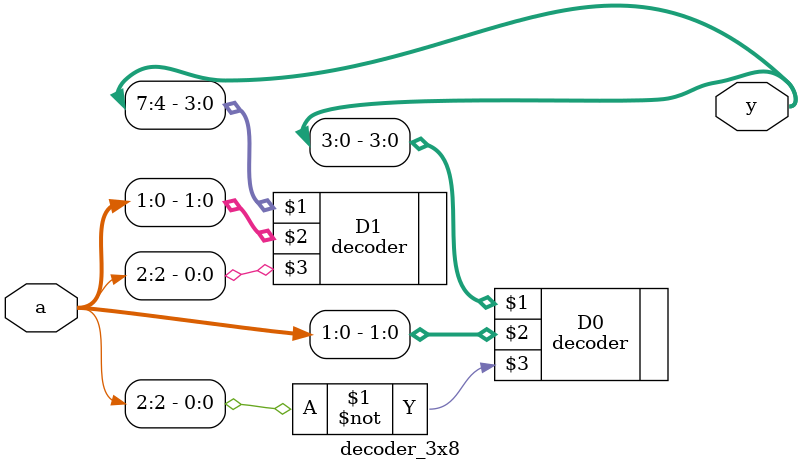
<source format=v>
`timescale 1ns / 1ps


module decoder_3x8(y, a);
output [7:0] y;
input [2:0] a;

decoder D0(y[3:0], a[1:0], ~a[2]);
decoder D1(y[7:4], a[1:0],a[2]);


endmodule

</source>
